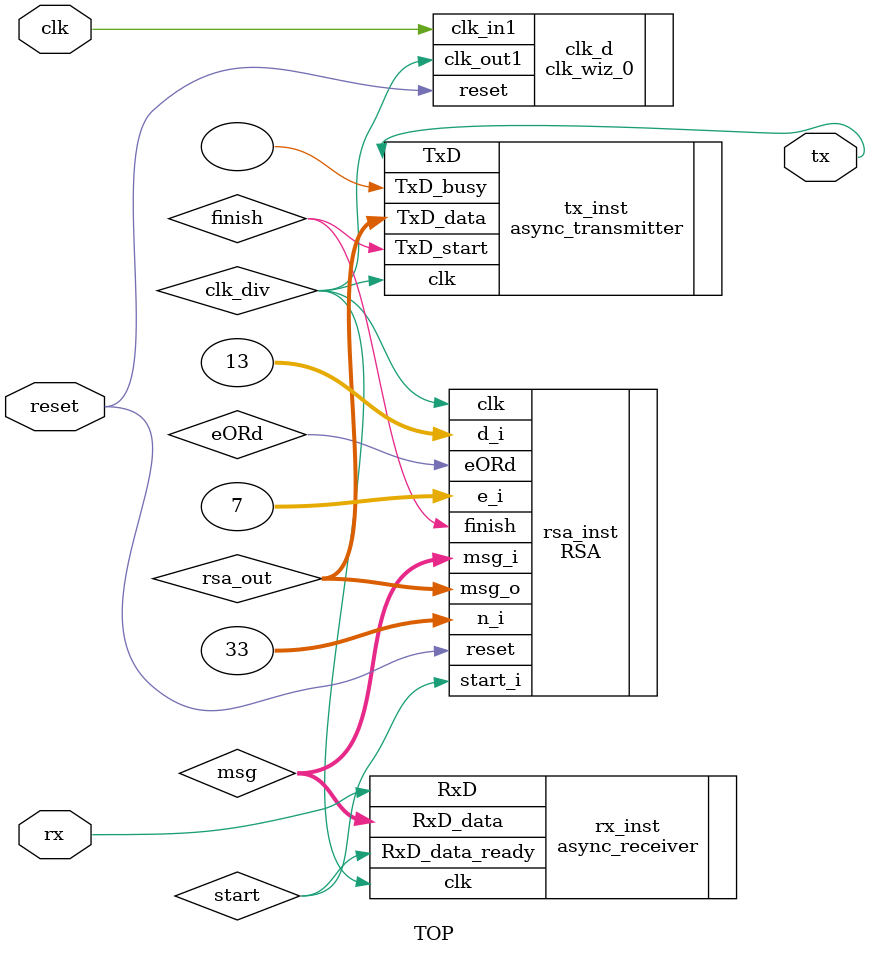
<source format=v>
`timescale 1ns / 1ps

module TOP
 #(
   parameter
    WIDTH_DEG = 8, 
    WIDTH_N = 8,
    WIDTH_MSG_I = 8,
    WIDTH_MSG_O = WIDTH_N,
    
    CLK_FRQ = 25_000_000
  )
  (
   input clk, 
   input reset,
   input rx,
	output tx
  );
  
  wire [7:0]               byt_i,byt_o;
  wire [WIDTH_MSG_I-1:0]   msg;
  wire [WIDTH_MSG_O-1:0]   rsa_out;
  wire [WIDTH_DEG-1:0]     e;
  wire [WIDTH_DEG-1:0]     d;
  wire [WIDTH_N-1:0]       n; 
  wire				         clk_div,finish,eORd,start;
  
  clk_wiz_0 clk_d (.clk_in1(clk),.reset(reset),.clk_out1(clk_div));
  //assign clk_div = clk;
  
  RSA #(
        .WIDTH_DEG(WIDTH_DEG),
        .WIDTH_N(WIDTH_N),
		  .WIDTH_MSG_I(WIDTH_MSG_I),
		  .WIDTH_MSG_O(WIDTH_MSG_O)
		 ) 
		  rsa_inst 
		 (
		  .clk(clk_div),
		  .reset(reset), 
		  .eORd(eORd),
		  .start_i(start),
		  .msg_i(msg), 
		  .e_i(7),//e 
		  .d_i(13), //d
		  .n_i(33), //n
		  .msg_o(rsa_out), 
		  .finish(finish)
		 );
   async_receiver #(.CLK_FRQ(CLK_FRQ)) rx_inst (.clk(clk_div), .RxD(rx), .RxD_data_ready(start), .RxD_data(msg));
   async_transmitter #(.CLK_FRQ(CLK_FRQ)) tx_inst (.clk(clk_div), .TxD(tx), .TxD_start(finish), .TxD_data(rsa_out), .TxD_busy());
  
endmodule 
</source>
